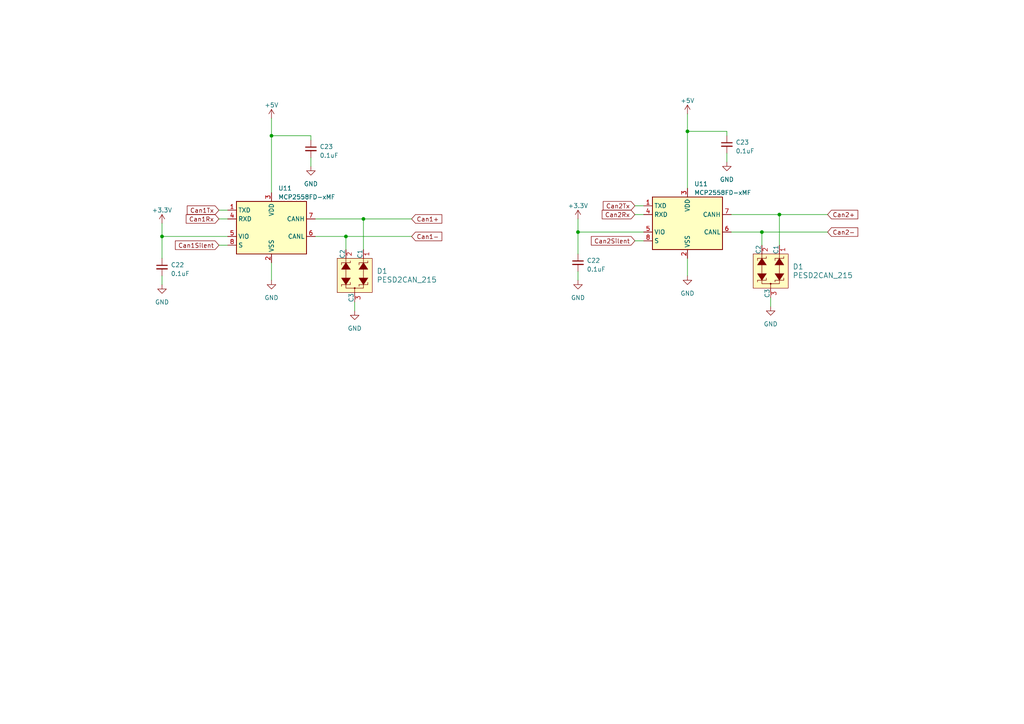
<source format=kicad_sch>
(kicad_sch (version 20230121) (generator eeschema)
  (paper "A4")
  (lib_symbols
    (symbol "Device:C_Small" (pin_numbers hide) (pin_names (offset 0.254) hide)
      (property "Reference" "C" (at 0.254 1.778 0))
      (property "Value" "C_Small" (at 0.254 -2.032 0))
      (symbol "C_Small_0_1"
        (polyline (pts (xy -1.524 -0.508) (xy 1.524 -0.508)) (stroke (width 0.3302)))
        (polyline (pts (xy -1.524 0.508) (xy 1.524 0.508)) (stroke (width 0.3048)))
      )
      (symbol "C_Small_1_1"
        (pin passive line (at 0 2.54 270) (length 2.032) (name "~") (number "1"))
        (pin passive line (at 0 -2.54 90) (length 2.032) (name "~") (number "2"))
      )
    )
    (symbol "Interface_CAN_LIN:MCP2558FD-xMF"
      (property "Reference" "U" (at -10.16 10.16 0))
      (property "Value" "MCP2558FD-xMF" (at 2.54 10.16 0))
      (symbol "MCP2558FD-xMF_0_1"
        (rectangle (start -10.16 7.62) (end 10.16 -7.62) (stroke (width 0.254)) (fill (type background)))
      )
      (symbol "MCP2558FD-xMF_1_1"
        (pin input line (at -12.7 5.08 0) (length 2.54) (name "TXD") (number "1"))
        (pin power_in line (at 0 -10.16 90) (length 2.54) (name "VSS") (number "2"))
        (pin power_in line (at 0 10.16 270) (length 2.54) (name "VDD") (number "3"))
        (pin output line (at -12.7 2.54 0) (length 2.54) (name "RXD") (number "4"))
        (pin power_in line (at -12.7 -2.54 0) (length 2.54) (name "VIO") (number "5"))
        (pin bidirectional line (at 12.7 -2.54 180) (length 2.54) (name "CANL") (number "6"))
        (pin bidirectional line (at 12.7 2.54 180) (length 2.54) (name "CANH") (number "7"))
        (pin input line (at -12.7 -5.08 0) (length 2.54) (name "S") (number "8"))
        (pin passive line (at 0 -10.16 90) (length 2.54) hide (name "VSS") (number "9"))
      )
    )
    (symbol "dk_TVS-Diodes:PESD2CAN_215" (pin_names (offset 0))
      (property "Reference" "D" (at -5.334 6.096 0))
      (property "Value" "PESD2CAN_215" (at 0 -6.35 0))
      (symbol "PESD2CAN_215_0_1"
        (rectangle (start -5.08 5.08) (end 4.826 -5.08) (fill (type background)))
        (polyline (pts (xy -3.81 -3.81) (xy -3.175 -3.81)))
        (polyline (pts (xy -3.81 -2.54) (xy -7.62 -2.54)))
        (polyline (pts (xy -3.81 -1.27) (xy -4.318 -1.27)))
        (polyline (pts (xy -3.81 -1.27) (xy -3.81 -3.81)))
        (polyline (pts (xy -3.81 1.27) (xy -3.175 1.27)))
        (polyline (pts (xy -3.81 2.54) (xy -7.62 2.54)))
        (polyline (pts (xy -3.81 3.81) (xy -4.318 3.81)))
        (polyline (pts (xy -3.81 3.81) (xy -3.81 1.27)))
        (polyline (pts (xy 0.635 -2.54) (xy -1.905 -2.54)))
        (polyline (pts (xy 0.635 2.54) (xy -1.905 2.54)))
        (polyline (pts (xy 0.635 2.54) (xy 0.635 2.54)))
        (polyline (pts (xy 2.54 -3.81) (xy 3.048 -3.81)))
        (polyline (pts (xy 2.54 -1.27) (xy 1.905 -1.27)))
        (polyline (pts (xy 2.54 -1.27) (xy 2.54 -3.81)))
        (polyline (pts (xy 2.54 1.27) (xy 3.048 1.27)))
        (polyline (pts (xy 2.54 3.81) (xy 1.905 3.81)))
        (polyline (pts (xy 2.54 3.81) (xy 2.54 1.27)))
        (polyline (pts (xy 3.556 0) (xy 6.096 0)))
        (polyline (pts (xy -1.905 -1.27) (xy -1.905 -3.81) (xy -3.81 -2.54) (xy -1.905 -1.27)) (fill (type outline)))
        (polyline (pts (xy -1.905 1.27) (xy -1.905 3.81) (xy -3.81 2.54) (xy -1.905 1.27)) (fill (type outline)))
        (polyline (pts (xy 0.635 -1.27) (xy 0.635 -3.81) (xy 2.54 -2.54) (xy 0.635 -1.27)) (fill (type outline)))
        (polyline (pts (xy 0.635 3.81) (xy 0.635 1.27) (xy 2.54 2.54) (xy 0.635 3.81)) (fill (type outline)))
        (polyline (pts (xy 1.016 2.54) (xy 3.556 2.54) (xy 3.556 -2.54) (xy 1.016 -2.54)))
        (circle (center 3.556 0) (radius 0.1778) (fill (type outline)))
      )
      (symbol "PESD2CAN_215_1_1"
        (pin bidirectional line (at -7.62 2.54 0) (length 2.54) (name "C1") (number "1"))
        (pin bidirectional line (at -7.62 -2.54 0) (length 2.54) (name "C2") (number "2"))
        (pin bidirectional line (at 7.62 0 180) (length 2.54) (name "C3") (number "3"))
      )
    )
    (symbol "power:+3.3V" (power) (pin_names (offset 0))
      (property "Value" "+3.3V" (at 0 3.556 0))
      (symbol "+3.3V_0_1"
        (polyline (pts (xy -0.762 1.27) (xy 0 2.54)))
        (polyline (pts (xy 0 0) (xy 0 2.54)))
        (polyline (pts (xy 0 2.54) (xy 0.762 1.27)))
      )
      (symbol "+3.3V_1_1"
        (pin power_in line (at 0 0 90) (length 0) hide (name "+3.3V") (number "1"))
      )
    )
    (symbol "power:+5V" (power) (pin_names (offset 0))
      (property "Value" "+5V" (at 0 3.556 0))
      (symbol "+5V_0_1"
        (polyline (pts (xy -0.762 1.27) (xy 0 2.54)))
        (polyline (pts (xy 0 0) (xy 0 2.54)))
        (polyline (pts (xy 0 2.54) (xy 0.762 1.27)))
      )
      (symbol "+5V_1_1"
        (pin power_in line (at 0 0 90) (length 0) hide (name "+5V") (number "1"))
      )
    )
    (symbol "power:GND" (power) (pin_names (offset 0))
      (property "Value" "GND" (at 0 -3.81 0))
      (symbol "GND_0_1"
        (polyline (pts (xy 0 0) (xy 0 -1.27) (xy 1.27 -1.27) (xy 0 -2.54) (xy -1.27 -1.27) (xy 0 -1.27)))
      )
      (symbol "GND_1_1"
        (pin power_in line (at 0 0 270) (length 0) hide (name "GND") (number "1"))
      )
    )
  )
  (junction (at 226.06 62.23))
  (junction (at 199.39 38.1))
  (junction (at 100.33 68.58))
  (junction (at 46.99 68.58))
  (junction (at 167.64 67.31))
  (junction (at 78.74 39.37))
  (junction (at 220.98 67.31))
  (junction (at 105.41 63.5))
  (wire (pts (xy 63.5 60.96) (xy 66.04 60.96)))
  (wire (pts (xy 90.17 39.37) (xy 78.74 39.37)))
  (wire (pts (xy 167.64 78.74) (xy 167.64 81.28)))
  (wire (pts (xy 100.33 68.58) (xy 119.38 68.58)))
  (wire (pts (xy 90.17 40.64) (xy 90.17 39.37)))
  (wire (pts (xy 167.64 67.31) (xy 167.64 63.5)))
  (wire (pts (xy 186.69 67.31) (xy 167.64 67.31)))
  (wire (pts (xy 78.74 39.37) (xy 78.74 55.88)))
  (wire (pts (xy 105.41 63.5) (xy 119.38 63.5)))
  (wire (pts (xy 91.44 63.5) (xy 105.41 63.5)))
  (wire (pts (xy 100.33 68.58) (xy 100.33 72.39)))
  (wire (pts (xy 78.74 34.29) (xy 78.74 39.37)))
  (wire (pts (xy 78.74 76.2) (xy 78.74 81.28)))
  (wire (pts (xy 184.15 69.85) (xy 186.69 69.85)))
  (wire (pts (xy 63.5 71.12) (xy 66.04 71.12)))
  (wire (pts (xy 90.17 45.72) (xy 90.17 48.26)))
  (wire (pts (xy 220.98 67.31) (xy 240.03 67.31)))
  (wire (pts (xy 199.39 74.93) (xy 199.39 80.01)))
  (wire (pts (xy 167.64 67.31) (xy 167.64 73.66)))
  (wire (pts (xy 199.39 33.02) (xy 199.39 38.1)))
  (wire (pts (xy 210.82 44.45) (xy 210.82 46.99)))
  (wire (pts (xy 212.09 67.31) (xy 220.98 67.31)))
  (wire (pts (xy 220.98 67.31) (xy 220.98 71.12)))
  (wire (pts (xy 63.5 63.5) (xy 66.04 63.5)))
  (wire (pts (xy 102.87 87.63) (xy 102.87 90.17)))
  (wire (pts (xy 184.15 62.23) (xy 186.69 62.23)))
  (wire (pts (xy 184.15 59.69) (xy 186.69 59.69)))
  (wire (pts (xy 212.09 62.23) (xy 226.06 62.23)))
  (wire (pts (xy 46.99 80.01) (xy 46.99 82.55)))
  (wire (pts (xy 210.82 39.37) (xy 210.82 38.1)))
  (wire (pts (xy 46.99 68.58) (xy 46.99 74.93)))
  (wire (pts (xy 105.41 63.5) (xy 105.41 72.39)))
  (wire (pts (xy 46.99 68.58) (xy 46.99 64.77)))
  (wire (pts (xy 66.04 68.58) (xy 46.99 68.58)))
  (wire (pts (xy 223.52 86.36) (xy 223.52 88.9)))
  (wire (pts (xy 210.82 38.1) (xy 199.39 38.1)))
  (wire (pts (xy 226.06 62.23) (xy 226.06 71.12)))
  (wire (pts (xy 91.44 68.58) (xy 100.33 68.58)))
  (wire (pts (xy 199.39 38.1) (xy 199.39 54.61)))
  (wire (pts (xy 226.06 62.23) (xy 240.03 62.23)))
  (global_label "Can2-" (shape input) (at 240.03 67.31 0) (property "Intersheetrefs" "${INTERSHEET_REFS}" (effects hide)))
  (global_label "Can2+" (shape input) (at 240.03 62.23 0) (property "Intersheetrefs" "${INTERSHEET_REFS}" (effects hide)))
  (global_label "Can2Tx" (shape input) (at 184.15 59.69 180) (property "Intersheetrefs" "${INTERSHEET_REFS}" (effects hide)))
  (global_label "Can2Silent" (shape input) (at 184.15 69.85 180) (property "Intersheetrefs" "${INTERSHEET_REFS}" (effects hide)))
  (global_label "Can2Rx" (shape input) (at 184.15 62.23 180) (property "Intersheetrefs" "${INTERSHEET_REFS}" (effects hide)))
  (global_label "Can1Tx" (shape input) (at 63.5 60.96 180) (property "Intersheetrefs" "${INTERSHEET_REFS}" (effects hide)))
  (global_label "Can1Silent" (shape input) (at 63.5 71.12 180) (property "Intersheetrefs" "${INTERSHEET_REFS}" (effects hide)))
  (global_label "Can1-" (shape input) (at 119.38 68.58 0) (property "Intersheetrefs" "${INTERSHEET_REFS}" (effects hide)))
  (global_label "Can1+" (shape input) (at 119.38 63.5 0) (property "Intersheetrefs" "${INTERSHEET_REFS}" (effects hide)))
  (global_label "Can1Rx" (shape input) (at 63.5 63.5 180) (property "Intersheetrefs" "${INTERSHEET_REFS}" (effects hide)))
  (symbol (lib_id "dk_TVS-Diodes:PESD2CAN_215") (at 102.87 80.01 270) (unit 1)
    (property "Reference" "D1" (at 109.22 78.613 90) (effects (font (size 1.524 1.524)) (justify left)))
    (property "Value" "PESD2CAN_215" (at 109.22 81.153 90) (effects (font (size 1.524 1.524)) (justify left)))
    (property "Footprint" "digikey-footprints:SOT-23-3" (effects hide))
    (property "Datasheet" "https://assets.nexperia.com/documents/data-sheet/PESD2CAN.pdf" (effects hide))
    (property "Digi-Key_PN" "1727-3891-1-ND" (effects hide))
    (property "MPN" "PESD2CAN,215" (effects hide))
    (property "Category" "Circuit Protection" (effects hide))
    (property "Family" "TVS - Diodes" (effects hide))
    (property "DK_Datasheet_Link" "https://assets.nexperia.com/documents/data-sheet/PESD2CAN.pdf" (effects hide))
    (property "DK_Detail_Page" "/product-detail/en/nexperia-usa-inc/PESD2CAN,215/1727-3891-1-ND/1589996" (effects hide))
    (property "Description" "TVS DIODE 24V 41V SOT23" (effects hide))
    (property "Manufacturer" "Nexperia USA Inc." (effects hide))
    (property "Status" "Active" (effects hide))
    (instances (project "Power Module Rev 5" (path "" (reference "D1") (unit 1))) (project "Brytec_InputModuleRev2" (path "" (reference "D2") (unit 1))))
  )
  (symbol (lib_id "power:GND") (at 90.17 48.26 0) (unit 1)
    (property "Reference" "#PWR045" (effects hide))
    (property "Value" "GND" (at 90.17 53.34 0))
    (instances (project "Power Module Rev 5" (path "" (reference "#PWR045") (unit 1))) (project "Brytec_InputModuleRev2" (path "" (reference "#PWR037") (unit 1))))
  )
  (symbol (lib_id "power:+3.3V") (at 46.99 64.77 0) (unit 1)
    (property "Reference" "#PWR039" (effects hide))
    (property "Value" "+3.3V" (at 46.99 60.96 0))
    (instances (project "Power Module Rev 5" (path "" (reference "#PWR039") (unit 1))) (project "Brytec_InputModuleRev2" (path "" (reference "#PWR033") (unit 1))))
  )
  (symbol (lib_id "power:+5V") (at 78.74 34.29 0) (unit 1)
    (property "Reference" "#PWR017" (effects hide))
    (property "Value" "+5V" (at 78.74 30.48 0))
    (instances (project "Power Module Rev 5" (path "" (reference "#PWR017") (unit 1))) (project "Brytec_InputModuleRev2" (path "" (reference "#PWR035") (unit 1))))
  )
  (symbol (lib_id "power:GND") (at 102.87 90.17 0) (unit 1)
    (property "Reference" "#PWR046" (effects hide))
    (property "Value" "GND" (at 102.87 95.25 0))
    (instances (project "Power Module Rev 5" (path "" (reference "#PWR046") (unit 1))) (project "Brytec_InputModuleRev2" (path "" (reference "#PWR038") (unit 1))))
  )
  (symbol (lib_id "power:GND") (at 78.74 81.28 0) (unit 1)
    (property "Reference" "#PWR043" (effects hide))
    (property "Value" "GND" (at 78.74 86.36 0))
    (instances (project "Power Module Rev 5" (path "" (reference "#PWR043") (unit 1))) (project "Brytec_InputModuleRev2" (path "" (reference "#PWR036") (unit 1))))
  )
  (symbol (lib_id "power:GND") (at 199.39 80.01 0) (unit 1)
    (property "Reference" "#PWR043" (effects hide))
    (property "Value" "GND" (at 199.39 85.09 0))
    (instances (project "Power Module Rev 5" (path "" (reference "#PWR043") (unit 1))) (project "Brytec_InputModuleRev2" (path "" (reference "#PWR042") (unit 1))))
  )
  (symbol (lib_id "power:GND") (at 46.99 82.55 0) (unit 1)
    (property "Reference" "#PWR044" (effects hide))
    (property "Value" "GND" (at 46.99 87.63 0))
    (instances (project "Power Module Rev 5" (path "" (reference "#PWR044") (unit 1))) (project "Brytec_InputModuleRev2" (path "" (reference "#PWR034") (unit 1))))
  )
  (symbol (lib_id "power:GND") (at 210.82 46.99 0) (unit 1)
    (property "Reference" "#PWR045" (effects hide))
    (property "Value" "GND" (at 210.82 52.07 0))
    (instances (project "Power Module Rev 5" (path "" (reference "#PWR045") (unit 1))) (project "Brytec_InputModuleRev2" (path "" (reference "#PWR043") (unit 1))))
  )
  (symbol (lib_id "Interface_CAN_LIN:MCP2558FD-xMF") (at 78.74 66.04 0) (unit 1)
    (property "Reference" "U11" (at 80.6959 54.61 0) (effects (justify left)))
    (property "Value" "MCP2558FD-xMF" (at 80.6959 57.15 0) (effects (justify left)))
    (property "Footprint" "Package_DFN_QFN:DFN-8-1EP_3x3mm_P0.65mm_EP1.55x2.4mm" (effects hide))
    (property "Datasheet" "https://ww1.microchip.com/downloads/en/DeviceDoc/20005533A.pdf" (effects hide))
    (instances (project "Power Module Rev 5" (path "" (reference "U11") (unit 1))) (project "Brytec_InputModuleRev2" (path "" (reference "U4") (unit 1))))
  )
  (symbol (lib_id "power:GND") (at 223.52 88.9 0) (unit 1)
    (property "Reference" "#PWR046" (effects hide))
    (property "Value" "GND" (at 223.52 93.98 0))
    (instances (project "Power Module Rev 5" (path "" (reference "#PWR046") (unit 1))) (project "Brytec_InputModuleRev2" (path "" (reference "#PWR044") (unit 1))))
  )
  (symbol (lib_id "power:+3.3V") (at 167.64 63.5 0) (unit 1)
    (property "Reference" "#PWR039" (effects hide))
    (property "Value" "+3.3V" (at 167.64 59.69 0))
  )
  (symbol (lib_id "Device:C_Small") (at 210.82 41.91 0) (unit 1)
    (property "Reference" "C23" (at 213.36 41.2813 0) (effects (justify left)))
    (property "Value" "0.1uF" (at 213.36 43.8213 0) (effects (justify left)))
    (property "Footprint" "Capacitor_SMD:C_0603_1608Metric_Pad1.08x0.95mm_HandSolder" (effects hide))
    (instances (project "Power Module Rev 5" (path "" (reference "C23") (unit 1))) (project "Brytec_InputModuleRev2" (path "" (reference "C36") (unit 1))))
  )
  (symbol (lib_id "Device:C_Small") (at 90.17 43.18 0) (unit 1)
    (property "Reference" "C23" (at 92.71 42.5513 0) (effects (justify left)))
    (property "Value" "0.1uF" (at 92.71 45.0913 0) (effects (justify left)))
    (property "Footprint" "Capacitor_SMD:C_0603_1608Metric_Pad1.08x0.95mm_HandSolder" (effects hide))
    (instances (project "Power Module Rev 5" (path "" (reference "C23") (unit 1))) (project "Brytec_InputModuleRev2" (path "" (reference "C34") (unit 1))))
  )
  (symbol (lib_id "power:GND") (at 167.64 81.28 0) (unit 1)
    (property "Reference" "#PWR044" (effects hide))
    (property "Value" "GND" (at 167.64 86.36 0))
    (instances (project "Power Module Rev 5" (path "" (reference "#PWR044") (unit 1))) (project "Brytec_InputModuleRev2" (path "" (reference "#PWR040") (unit 1))))
  )
  (symbol (lib_id "Device:C_Small") (at 167.64 76.2 0) (unit 1)
    (property "Reference" "C22" (at 170.18 75.5713 0) (effects (justify left)))
    (property "Value" "0.1uF" (at 170.18 78.1113 0) (effects (justify left)))
    (property "Footprint" "Capacitor_SMD:C_0603_1608Metric_Pad1.08x0.95mm_HandSolder" (effects hide))
    (instances (project "Power Module Rev 5" (path "" (reference "C22") (unit 1))) (project "Brytec_InputModuleRev2" (path "" (reference "C35") (unit 1))))
  )
  (symbol (lib_id "power:+5V") (at 199.39 33.02 0) (unit 1)
    (property "Reference" "#PWR017" (effects hide))
    (property "Value" "+5V" (at 199.39 29.21 0))
    (instances (project "Power Module Rev 5" (path "" (reference "#PWR017") (unit 1))) (project "Brytec_InputModuleRev2" (path "" (reference "#PWR041") (unit 1))))
  )
  (symbol (lib_id "Device:C_Small") (at 46.99 77.47 0) (unit 1)
    (property "Reference" "C22" (at 49.53 76.8413 0) (effects (justify left)))
    (property "Value" "0.1uF" (at 49.53 79.3813 0) (effects (justify left)))
    (property "Footprint" "Capacitor_SMD:C_0603_1608Metric_Pad1.08x0.95mm_HandSolder" (effects hide))
    (instances (project "Power Module Rev 5" (path "" (reference "C22") (unit 1))) (project "Brytec_InputModuleRev2" (path "" (reference "C33") (unit 1))))
  )
  (symbol (lib_id "dk_TVS-Diodes:PESD2CAN_215") (at 223.52 78.74 270) (unit 1)
    (property "Reference" "D1" (at 229.87 77.343 90) (effects (font (size 1.524 1.524)) (justify left)))
    (property "Value" "PESD2CAN_215" (at 229.87 79.883 90) (effects (font (size 1.524 1.524)) (justify left)))
    (property "Footprint" "digikey-footprints:SOT-23-3" (effects hide))
    (property "Datasheet" "https://assets.nexperia.com/documents/data-sheet/PESD2CAN.pdf" (effects hide))
    (property "Digi-Key_PN" "1727-3891-1-ND" (effects hide))
    (property "MPN" "PESD2CAN,215" (effects hide))
    (property "Category" "Circuit Protection" (effects hide))
    (property "Family" "TVS - Diodes" (effects hide))
    (property "DK_Datasheet_Link" "https://assets.nexperia.com/documents/data-sheet/PESD2CAN.pdf" (effects hide))
    (property "DK_Detail_Page" "/product-detail/en/nexperia-usa-inc/PESD2CAN,215/1727-3891-1-ND/1589996" (effects hide))
    (property "Description" "TVS DIODE 24V 41V SOT23" (effects hide))
    (property "Manufacturer" "Nexperia USA Inc." (effects hide))
    (property "Status" "Active" (effects hide))
    (instances (project "Power Module Rev 5" (path "" (reference "D1") (unit 1))) (project "Brytec_InputModuleRev2" (path "" (reference "D3") (unit 1))))
  )
  (symbol (lib_id "Interface_CAN_LIN:MCP2558FD-xMF") (at 199.39 64.77 0) (unit 1)
    (property "Reference" "U11" (at 201.3459 53.34 0) (effects (justify left)))
    (property "Value" "MCP2558FD-xMF" (at 201.3459 55.88 0) (effects (justify left)))
    (property "Footprint" "Package_DFN_QFN:DFN-8-1EP_3x3mm_P0.65mm_EP1.55x2.4mm" (effects hide))
    (property "Datasheet" "https://ww1.microchip.com/downloads/en/DeviceDoc/20005533A.pdf" (effects hide))
    (instances (project "Power Module Rev 5" (path "" (reference "U11") (unit 1))) (project "Brytec_InputModuleRev2" (path "" (reference "U5") (unit 1))))
  )
)
</source>
